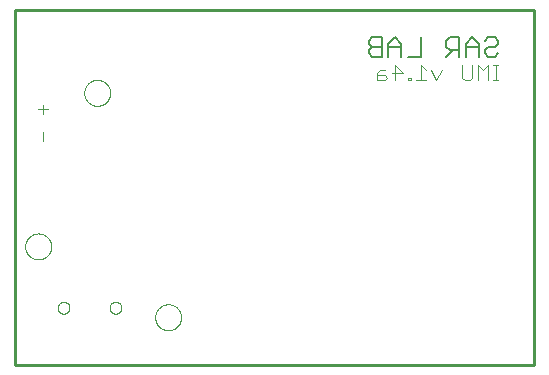
<source format=gbo>
G75*
%MOIN*%
%OFA0B0*%
%FSLAX25Y25*%
%IPPOS*%
%LPD*%
%AMOC8*
5,1,8,0,0,1.08239X$1,22.5*
%
%ADD10C,0.01000*%
%ADD11C,0.00600*%
%ADD12C,0.00400*%
%ADD13C,0.00000*%
D10*
X0001800Y0020396D02*
X0175028Y0020396D01*
X0175028Y0138506D01*
X0001800Y0138506D01*
X0001800Y0020396D01*
D11*
X0119974Y0124126D02*
X0121042Y0123058D01*
X0124244Y0123058D01*
X0124244Y0129464D01*
X0121042Y0129464D01*
X0119974Y0128396D01*
X0119974Y0127329D01*
X0121042Y0126261D01*
X0124244Y0126261D01*
X0126420Y0126261D02*
X0130690Y0126261D01*
X0130690Y0127329D02*
X0128555Y0129464D01*
X0126420Y0127329D01*
X0126420Y0123058D01*
X0130690Y0123058D02*
X0130690Y0127329D01*
X0132865Y0123058D02*
X0137135Y0123058D01*
X0137135Y0129464D01*
X0145756Y0128396D02*
X0145756Y0126261D01*
X0146824Y0125193D01*
X0150026Y0125193D01*
X0147891Y0125193D02*
X0145756Y0123058D01*
X0150026Y0123058D02*
X0150026Y0129464D01*
X0146824Y0129464D01*
X0145756Y0128396D01*
X0152202Y0127329D02*
X0152202Y0123058D01*
X0152202Y0126261D02*
X0156472Y0126261D01*
X0156472Y0127329D02*
X0154337Y0129464D01*
X0152202Y0127329D01*
X0156472Y0127329D02*
X0156472Y0123058D01*
X0158647Y0124126D02*
X0159715Y0123058D01*
X0161850Y0123058D01*
X0162917Y0124126D01*
X0161850Y0126261D02*
X0159715Y0126261D01*
X0158647Y0125193D01*
X0158647Y0124126D01*
X0161850Y0126261D02*
X0162917Y0127329D01*
X0162917Y0128396D01*
X0161850Y0129464D01*
X0159715Y0129464D01*
X0158647Y0128396D01*
X0121042Y0126261D02*
X0119974Y0125193D01*
X0119974Y0124126D01*
D12*
X0123461Y0118554D02*
X0122594Y0117686D01*
X0122594Y0115084D01*
X0125196Y0115084D01*
X0126063Y0115952D01*
X0125196Y0116819D01*
X0122594Y0116819D01*
X0123461Y0118554D02*
X0125196Y0118554D01*
X0127750Y0117686D02*
X0131220Y0117686D01*
X0128617Y0120289D01*
X0128617Y0115084D01*
X0132930Y0115084D02*
X0133798Y0115084D01*
X0133798Y0115952D01*
X0132930Y0115952D01*
X0132930Y0115084D01*
X0135485Y0115084D02*
X0138954Y0115084D01*
X0137219Y0115084D02*
X0137219Y0120289D01*
X0138954Y0118554D01*
X0140641Y0118554D02*
X0142376Y0115084D01*
X0144111Y0118554D01*
X0150954Y0120289D02*
X0150954Y0115952D01*
X0151821Y0115084D01*
X0153556Y0115084D01*
X0154423Y0115952D01*
X0154423Y0120289D01*
X0156110Y0120289D02*
X0156110Y0115084D01*
X0159580Y0115084D02*
X0159580Y0120289D01*
X0157845Y0118554D01*
X0156110Y0120289D01*
X0161283Y0120289D02*
X0163017Y0120289D01*
X0162150Y0120289D02*
X0162150Y0115084D01*
X0163017Y0115084D02*
X0161283Y0115084D01*
X0012837Y0105527D02*
X0009767Y0105527D01*
X0011302Y0103992D02*
X0011302Y0107061D01*
X0011302Y0097854D02*
X0011302Y0094784D01*
D13*
X0025028Y0110947D02*
X0025030Y0111078D01*
X0025036Y0111210D01*
X0025046Y0111341D01*
X0025060Y0111472D01*
X0025078Y0111602D01*
X0025100Y0111731D01*
X0025125Y0111860D01*
X0025155Y0111988D01*
X0025189Y0112115D01*
X0025226Y0112242D01*
X0025267Y0112366D01*
X0025312Y0112490D01*
X0025361Y0112612D01*
X0025413Y0112733D01*
X0025469Y0112851D01*
X0025529Y0112969D01*
X0025592Y0113084D01*
X0025659Y0113197D01*
X0025729Y0113309D01*
X0025802Y0113418D01*
X0025878Y0113524D01*
X0025958Y0113629D01*
X0026041Y0113731D01*
X0026127Y0113830D01*
X0026216Y0113927D01*
X0026308Y0114021D01*
X0026403Y0114112D01*
X0026500Y0114201D01*
X0026600Y0114286D01*
X0026703Y0114368D01*
X0026808Y0114447D01*
X0026915Y0114523D01*
X0027025Y0114595D01*
X0027137Y0114664D01*
X0027251Y0114730D01*
X0027366Y0114792D01*
X0027484Y0114851D01*
X0027603Y0114906D01*
X0027724Y0114958D01*
X0027847Y0115005D01*
X0027971Y0115049D01*
X0028096Y0115090D01*
X0028222Y0115126D01*
X0028350Y0115159D01*
X0028478Y0115187D01*
X0028607Y0115212D01*
X0028737Y0115233D01*
X0028867Y0115250D01*
X0028998Y0115263D01*
X0029129Y0115272D01*
X0029260Y0115277D01*
X0029392Y0115278D01*
X0029523Y0115275D01*
X0029655Y0115268D01*
X0029786Y0115257D01*
X0029916Y0115242D01*
X0030046Y0115223D01*
X0030176Y0115200D01*
X0030304Y0115174D01*
X0030432Y0115143D01*
X0030559Y0115108D01*
X0030685Y0115070D01*
X0030809Y0115028D01*
X0030933Y0114982D01*
X0031054Y0114932D01*
X0031174Y0114879D01*
X0031293Y0114822D01*
X0031410Y0114762D01*
X0031524Y0114698D01*
X0031637Y0114630D01*
X0031748Y0114559D01*
X0031857Y0114485D01*
X0031963Y0114408D01*
X0032067Y0114327D01*
X0032168Y0114244D01*
X0032267Y0114157D01*
X0032363Y0114067D01*
X0032456Y0113974D01*
X0032547Y0113879D01*
X0032634Y0113781D01*
X0032719Y0113680D01*
X0032800Y0113577D01*
X0032878Y0113471D01*
X0032953Y0113363D01*
X0033025Y0113253D01*
X0033093Y0113141D01*
X0033158Y0113027D01*
X0033219Y0112910D01*
X0033277Y0112792D01*
X0033331Y0112672D01*
X0033382Y0112551D01*
X0033429Y0112428D01*
X0033472Y0112304D01*
X0033511Y0112179D01*
X0033547Y0112052D01*
X0033578Y0111924D01*
X0033606Y0111796D01*
X0033630Y0111667D01*
X0033650Y0111537D01*
X0033666Y0111406D01*
X0033678Y0111275D01*
X0033686Y0111144D01*
X0033690Y0111013D01*
X0033690Y0110881D01*
X0033686Y0110750D01*
X0033678Y0110619D01*
X0033666Y0110488D01*
X0033650Y0110357D01*
X0033630Y0110227D01*
X0033606Y0110098D01*
X0033578Y0109970D01*
X0033547Y0109842D01*
X0033511Y0109715D01*
X0033472Y0109590D01*
X0033429Y0109466D01*
X0033382Y0109343D01*
X0033331Y0109222D01*
X0033277Y0109102D01*
X0033219Y0108984D01*
X0033158Y0108867D01*
X0033093Y0108753D01*
X0033025Y0108641D01*
X0032953Y0108531D01*
X0032878Y0108423D01*
X0032800Y0108317D01*
X0032719Y0108214D01*
X0032634Y0108113D01*
X0032547Y0108015D01*
X0032456Y0107920D01*
X0032363Y0107827D01*
X0032267Y0107737D01*
X0032168Y0107650D01*
X0032067Y0107567D01*
X0031963Y0107486D01*
X0031857Y0107409D01*
X0031748Y0107335D01*
X0031637Y0107264D01*
X0031525Y0107196D01*
X0031410Y0107132D01*
X0031293Y0107072D01*
X0031174Y0107015D01*
X0031054Y0106962D01*
X0030933Y0106912D01*
X0030809Y0106866D01*
X0030685Y0106824D01*
X0030559Y0106786D01*
X0030432Y0106751D01*
X0030304Y0106720D01*
X0030176Y0106694D01*
X0030046Y0106671D01*
X0029916Y0106652D01*
X0029786Y0106637D01*
X0029655Y0106626D01*
X0029523Y0106619D01*
X0029392Y0106616D01*
X0029260Y0106617D01*
X0029129Y0106622D01*
X0028998Y0106631D01*
X0028867Y0106644D01*
X0028737Y0106661D01*
X0028607Y0106682D01*
X0028478Y0106707D01*
X0028350Y0106735D01*
X0028222Y0106768D01*
X0028096Y0106804D01*
X0027971Y0106845D01*
X0027847Y0106889D01*
X0027724Y0106936D01*
X0027603Y0106988D01*
X0027484Y0107043D01*
X0027366Y0107102D01*
X0027251Y0107164D01*
X0027137Y0107230D01*
X0027025Y0107299D01*
X0026915Y0107371D01*
X0026808Y0107447D01*
X0026703Y0107526D01*
X0026600Y0107608D01*
X0026500Y0107693D01*
X0026403Y0107782D01*
X0026308Y0107873D01*
X0026216Y0107967D01*
X0026127Y0108064D01*
X0026041Y0108163D01*
X0025958Y0108265D01*
X0025878Y0108370D01*
X0025802Y0108476D01*
X0025729Y0108585D01*
X0025659Y0108697D01*
X0025592Y0108810D01*
X0025529Y0108925D01*
X0025469Y0109043D01*
X0025413Y0109161D01*
X0025361Y0109282D01*
X0025312Y0109404D01*
X0025267Y0109528D01*
X0025226Y0109652D01*
X0025189Y0109779D01*
X0025155Y0109906D01*
X0025125Y0110034D01*
X0025100Y0110163D01*
X0025078Y0110292D01*
X0025060Y0110422D01*
X0025046Y0110553D01*
X0025036Y0110684D01*
X0025030Y0110816D01*
X0025028Y0110947D01*
X0005343Y0059766D02*
X0005345Y0059897D01*
X0005351Y0060029D01*
X0005361Y0060160D01*
X0005375Y0060291D01*
X0005393Y0060421D01*
X0005415Y0060550D01*
X0005440Y0060679D01*
X0005470Y0060807D01*
X0005504Y0060934D01*
X0005541Y0061061D01*
X0005582Y0061185D01*
X0005627Y0061309D01*
X0005676Y0061431D01*
X0005728Y0061552D01*
X0005784Y0061670D01*
X0005844Y0061788D01*
X0005907Y0061903D01*
X0005974Y0062016D01*
X0006044Y0062128D01*
X0006117Y0062237D01*
X0006193Y0062343D01*
X0006273Y0062448D01*
X0006356Y0062550D01*
X0006442Y0062649D01*
X0006531Y0062746D01*
X0006623Y0062840D01*
X0006718Y0062931D01*
X0006815Y0063020D01*
X0006915Y0063105D01*
X0007018Y0063187D01*
X0007123Y0063266D01*
X0007230Y0063342D01*
X0007340Y0063414D01*
X0007452Y0063483D01*
X0007566Y0063549D01*
X0007681Y0063611D01*
X0007799Y0063670D01*
X0007918Y0063725D01*
X0008039Y0063777D01*
X0008162Y0063824D01*
X0008286Y0063868D01*
X0008411Y0063909D01*
X0008537Y0063945D01*
X0008665Y0063978D01*
X0008793Y0064006D01*
X0008922Y0064031D01*
X0009052Y0064052D01*
X0009182Y0064069D01*
X0009313Y0064082D01*
X0009444Y0064091D01*
X0009575Y0064096D01*
X0009707Y0064097D01*
X0009838Y0064094D01*
X0009970Y0064087D01*
X0010101Y0064076D01*
X0010231Y0064061D01*
X0010361Y0064042D01*
X0010491Y0064019D01*
X0010619Y0063993D01*
X0010747Y0063962D01*
X0010874Y0063927D01*
X0011000Y0063889D01*
X0011124Y0063847D01*
X0011248Y0063801D01*
X0011369Y0063751D01*
X0011489Y0063698D01*
X0011608Y0063641D01*
X0011725Y0063581D01*
X0011839Y0063517D01*
X0011952Y0063449D01*
X0012063Y0063378D01*
X0012172Y0063304D01*
X0012278Y0063227D01*
X0012382Y0063146D01*
X0012483Y0063063D01*
X0012582Y0062976D01*
X0012678Y0062886D01*
X0012771Y0062793D01*
X0012862Y0062698D01*
X0012949Y0062600D01*
X0013034Y0062499D01*
X0013115Y0062396D01*
X0013193Y0062290D01*
X0013268Y0062182D01*
X0013340Y0062072D01*
X0013408Y0061960D01*
X0013473Y0061846D01*
X0013534Y0061729D01*
X0013592Y0061611D01*
X0013646Y0061491D01*
X0013697Y0061370D01*
X0013744Y0061247D01*
X0013787Y0061123D01*
X0013826Y0060998D01*
X0013862Y0060871D01*
X0013893Y0060743D01*
X0013921Y0060615D01*
X0013945Y0060486D01*
X0013965Y0060356D01*
X0013981Y0060225D01*
X0013993Y0060094D01*
X0014001Y0059963D01*
X0014005Y0059832D01*
X0014005Y0059700D01*
X0014001Y0059569D01*
X0013993Y0059438D01*
X0013981Y0059307D01*
X0013965Y0059176D01*
X0013945Y0059046D01*
X0013921Y0058917D01*
X0013893Y0058789D01*
X0013862Y0058661D01*
X0013826Y0058534D01*
X0013787Y0058409D01*
X0013744Y0058285D01*
X0013697Y0058162D01*
X0013646Y0058041D01*
X0013592Y0057921D01*
X0013534Y0057803D01*
X0013473Y0057686D01*
X0013408Y0057572D01*
X0013340Y0057460D01*
X0013268Y0057350D01*
X0013193Y0057242D01*
X0013115Y0057136D01*
X0013034Y0057033D01*
X0012949Y0056932D01*
X0012862Y0056834D01*
X0012771Y0056739D01*
X0012678Y0056646D01*
X0012582Y0056556D01*
X0012483Y0056469D01*
X0012382Y0056386D01*
X0012278Y0056305D01*
X0012172Y0056228D01*
X0012063Y0056154D01*
X0011952Y0056083D01*
X0011840Y0056015D01*
X0011725Y0055951D01*
X0011608Y0055891D01*
X0011489Y0055834D01*
X0011369Y0055781D01*
X0011248Y0055731D01*
X0011124Y0055685D01*
X0011000Y0055643D01*
X0010874Y0055605D01*
X0010747Y0055570D01*
X0010619Y0055539D01*
X0010491Y0055513D01*
X0010361Y0055490D01*
X0010231Y0055471D01*
X0010101Y0055456D01*
X0009970Y0055445D01*
X0009838Y0055438D01*
X0009707Y0055435D01*
X0009575Y0055436D01*
X0009444Y0055441D01*
X0009313Y0055450D01*
X0009182Y0055463D01*
X0009052Y0055480D01*
X0008922Y0055501D01*
X0008793Y0055526D01*
X0008665Y0055554D01*
X0008537Y0055587D01*
X0008411Y0055623D01*
X0008286Y0055664D01*
X0008162Y0055708D01*
X0008039Y0055755D01*
X0007918Y0055807D01*
X0007799Y0055862D01*
X0007681Y0055921D01*
X0007566Y0055983D01*
X0007452Y0056049D01*
X0007340Y0056118D01*
X0007230Y0056190D01*
X0007123Y0056266D01*
X0007018Y0056345D01*
X0006915Y0056427D01*
X0006815Y0056512D01*
X0006718Y0056601D01*
X0006623Y0056692D01*
X0006531Y0056786D01*
X0006442Y0056883D01*
X0006356Y0056982D01*
X0006273Y0057084D01*
X0006193Y0057189D01*
X0006117Y0057295D01*
X0006044Y0057404D01*
X0005974Y0057516D01*
X0005907Y0057629D01*
X0005844Y0057744D01*
X0005784Y0057862D01*
X0005728Y0057980D01*
X0005676Y0058101D01*
X0005627Y0058223D01*
X0005582Y0058347D01*
X0005541Y0058471D01*
X0005504Y0058598D01*
X0005470Y0058725D01*
X0005440Y0058853D01*
X0005415Y0058982D01*
X0005393Y0059111D01*
X0005375Y0059241D01*
X0005361Y0059372D01*
X0005351Y0059503D01*
X0005345Y0059635D01*
X0005343Y0059766D01*
X0016170Y0039333D02*
X0016172Y0039421D01*
X0016178Y0039509D01*
X0016188Y0039597D01*
X0016202Y0039685D01*
X0016219Y0039771D01*
X0016241Y0039857D01*
X0016266Y0039941D01*
X0016296Y0040025D01*
X0016328Y0040107D01*
X0016365Y0040187D01*
X0016405Y0040266D01*
X0016449Y0040343D01*
X0016496Y0040418D01*
X0016546Y0040490D01*
X0016600Y0040561D01*
X0016656Y0040628D01*
X0016716Y0040694D01*
X0016778Y0040756D01*
X0016844Y0040816D01*
X0016911Y0040872D01*
X0016982Y0040926D01*
X0017054Y0040976D01*
X0017129Y0041023D01*
X0017206Y0041067D01*
X0017285Y0041107D01*
X0017365Y0041144D01*
X0017447Y0041176D01*
X0017531Y0041206D01*
X0017615Y0041231D01*
X0017701Y0041253D01*
X0017787Y0041270D01*
X0017875Y0041284D01*
X0017963Y0041294D01*
X0018051Y0041300D01*
X0018139Y0041302D01*
X0018227Y0041300D01*
X0018315Y0041294D01*
X0018403Y0041284D01*
X0018491Y0041270D01*
X0018577Y0041253D01*
X0018663Y0041231D01*
X0018747Y0041206D01*
X0018831Y0041176D01*
X0018913Y0041144D01*
X0018993Y0041107D01*
X0019072Y0041067D01*
X0019149Y0041023D01*
X0019224Y0040976D01*
X0019296Y0040926D01*
X0019367Y0040872D01*
X0019434Y0040816D01*
X0019500Y0040756D01*
X0019562Y0040694D01*
X0019622Y0040628D01*
X0019678Y0040561D01*
X0019732Y0040490D01*
X0019782Y0040418D01*
X0019829Y0040343D01*
X0019873Y0040266D01*
X0019913Y0040187D01*
X0019950Y0040107D01*
X0019982Y0040025D01*
X0020012Y0039941D01*
X0020037Y0039857D01*
X0020059Y0039771D01*
X0020076Y0039685D01*
X0020090Y0039597D01*
X0020100Y0039509D01*
X0020106Y0039421D01*
X0020108Y0039333D01*
X0020106Y0039245D01*
X0020100Y0039157D01*
X0020090Y0039069D01*
X0020076Y0038981D01*
X0020059Y0038895D01*
X0020037Y0038809D01*
X0020012Y0038725D01*
X0019982Y0038641D01*
X0019950Y0038559D01*
X0019913Y0038479D01*
X0019873Y0038400D01*
X0019829Y0038323D01*
X0019782Y0038248D01*
X0019732Y0038176D01*
X0019678Y0038105D01*
X0019622Y0038038D01*
X0019562Y0037972D01*
X0019500Y0037910D01*
X0019434Y0037850D01*
X0019367Y0037794D01*
X0019296Y0037740D01*
X0019224Y0037690D01*
X0019149Y0037643D01*
X0019072Y0037599D01*
X0018993Y0037559D01*
X0018913Y0037522D01*
X0018831Y0037490D01*
X0018747Y0037460D01*
X0018663Y0037435D01*
X0018577Y0037413D01*
X0018491Y0037396D01*
X0018403Y0037382D01*
X0018315Y0037372D01*
X0018227Y0037366D01*
X0018139Y0037364D01*
X0018051Y0037366D01*
X0017963Y0037372D01*
X0017875Y0037382D01*
X0017787Y0037396D01*
X0017701Y0037413D01*
X0017615Y0037435D01*
X0017531Y0037460D01*
X0017447Y0037490D01*
X0017365Y0037522D01*
X0017285Y0037559D01*
X0017206Y0037599D01*
X0017129Y0037643D01*
X0017054Y0037690D01*
X0016982Y0037740D01*
X0016911Y0037794D01*
X0016844Y0037850D01*
X0016778Y0037910D01*
X0016716Y0037972D01*
X0016656Y0038038D01*
X0016600Y0038105D01*
X0016546Y0038176D01*
X0016496Y0038248D01*
X0016449Y0038323D01*
X0016405Y0038400D01*
X0016365Y0038479D01*
X0016328Y0038559D01*
X0016296Y0038641D01*
X0016266Y0038725D01*
X0016241Y0038809D01*
X0016219Y0038895D01*
X0016202Y0038981D01*
X0016188Y0039069D01*
X0016178Y0039157D01*
X0016172Y0039245D01*
X0016170Y0039333D01*
X0033492Y0039333D02*
X0033494Y0039421D01*
X0033500Y0039509D01*
X0033510Y0039597D01*
X0033524Y0039685D01*
X0033541Y0039771D01*
X0033563Y0039857D01*
X0033588Y0039941D01*
X0033618Y0040025D01*
X0033650Y0040107D01*
X0033687Y0040187D01*
X0033727Y0040266D01*
X0033771Y0040343D01*
X0033818Y0040418D01*
X0033868Y0040490D01*
X0033922Y0040561D01*
X0033978Y0040628D01*
X0034038Y0040694D01*
X0034100Y0040756D01*
X0034166Y0040816D01*
X0034233Y0040872D01*
X0034304Y0040926D01*
X0034376Y0040976D01*
X0034451Y0041023D01*
X0034528Y0041067D01*
X0034607Y0041107D01*
X0034687Y0041144D01*
X0034769Y0041176D01*
X0034853Y0041206D01*
X0034937Y0041231D01*
X0035023Y0041253D01*
X0035109Y0041270D01*
X0035197Y0041284D01*
X0035285Y0041294D01*
X0035373Y0041300D01*
X0035461Y0041302D01*
X0035549Y0041300D01*
X0035637Y0041294D01*
X0035725Y0041284D01*
X0035813Y0041270D01*
X0035899Y0041253D01*
X0035985Y0041231D01*
X0036069Y0041206D01*
X0036153Y0041176D01*
X0036235Y0041144D01*
X0036315Y0041107D01*
X0036394Y0041067D01*
X0036471Y0041023D01*
X0036546Y0040976D01*
X0036618Y0040926D01*
X0036689Y0040872D01*
X0036756Y0040816D01*
X0036822Y0040756D01*
X0036884Y0040694D01*
X0036944Y0040628D01*
X0037000Y0040561D01*
X0037054Y0040490D01*
X0037104Y0040418D01*
X0037151Y0040343D01*
X0037195Y0040266D01*
X0037235Y0040187D01*
X0037272Y0040107D01*
X0037304Y0040025D01*
X0037334Y0039941D01*
X0037359Y0039857D01*
X0037381Y0039771D01*
X0037398Y0039685D01*
X0037412Y0039597D01*
X0037422Y0039509D01*
X0037428Y0039421D01*
X0037430Y0039333D01*
X0037428Y0039245D01*
X0037422Y0039157D01*
X0037412Y0039069D01*
X0037398Y0038981D01*
X0037381Y0038895D01*
X0037359Y0038809D01*
X0037334Y0038725D01*
X0037304Y0038641D01*
X0037272Y0038559D01*
X0037235Y0038479D01*
X0037195Y0038400D01*
X0037151Y0038323D01*
X0037104Y0038248D01*
X0037054Y0038176D01*
X0037000Y0038105D01*
X0036944Y0038038D01*
X0036884Y0037972D01*
X0036822Y0037910D01*
X0036756Y0037850D01*
X0036689Y0037794D01*
X0036618Y0037740D01*
X0036546Y0037690D01*
X0036471Y0037643D01*
X0036394Y0037599D01*
X0036315Y0037559D01*
X0036235Y0037522D01*
X0036153Y0037490D01*
X0036069Y0037460D01*
X0035985Y0037435D01*
X0035899Y0037413D01*
X0035813Y0037396D01*
X0035725Y0037382D01*
X0035637Y0037372D01*
X0035549Y0037366D01*
X0035461Y0037364D01*
X0035373Y0037366D01*
X0035285Y0037372D01*
X0035197Y0037382D01*
X0035109Y0037396D01*
X0035023Y0037413D01*
X0034937Y0037435D01*
X0034853Y0037460D01*
X0034769Y0037490D01*
X0034687Y0037522D01*
X0034607Y0037559D01*
X0034528Y0037599D01*
X0034451Y0037643D01*
X0034376Y0037690D01*
X0034304Y0037740D01*
X0034233Y0037794D01*
X0034166Y0037850D01*
X0034100Y0037910D01*
X0034038Y0037972D01*
X0033978Y0038038D01*
X0033922Y0038105D01*
X0033868Y0038176D01*
X0033818Y0038248D01*
X0033771Y0038323D01*
X0033727Y0038400D01*
X0033687Y0038479D01*
X0033650Y0038559D01*
X0033618Y0038641D01*
X0033588Y0038725D01*
X0033563Y0038809D01*
X0033541Y0038895D01*
X0033524Y0038981D01*
X0033510Y0039069D01*
X0033500Y0039157D01*
X0033494Y0039245D01*
X0033492Y0039333D01*
X0048650Y0036144D02*
X0048652Y0036275D01*
X0048658Y0036407D01*
X0048668Y0036538D01*
X0048682Y0036669D01*
X0048700Y0036799D01*
X0048722Y0036928D01*
X0048747Y0037057D01*
X0048777Y0037185D01*
X0048811Y0037312D01*
X0048848Y0037439D01*
X0048889Y0037563D01*
X0048934Y0037687D01*
X0048983Y0037809D01*
X0049035Y0037930D01*
X0049091Y0038048D01*
X0049151Y0038166D01*
X0049214Y0038281D01*
X0049281Y0038394D01*
X0049351Y0038506D01*
X0049424Y0038615D01*
X0049500Y0038721D01*
X0049580Y0038826D01*
X0049663Y0038928D01*
X0049749Y0039027D01*
X0049838Y0039124D01*
X0049930Y0039218D01*
X0050025Y0039309D01*
X0050122Y0039398D01*
X0050222Y0039483D01*
X0050325Y0039565D01*
X0050430Y0039644D01*
X0050537Y0039720D01*
X0050647Y0039792D01*
X0050759Y0039861D01*
X0050873Y0039927D01*
X0050988Y0039989D01*
X0051106Y0040048D01*
X0051225Y0040103D01*
X0051346Y0040155D01*
X0051469Y0040202D01*
X0051593Y0040246D01*
X0051718Y0040287D01*
X0051844Y0040323D01*
X0051972Y0040356D01*
X0052100Y0040384D01*
X0052229Y0040409D01*
X0052359Y0040430D01*
X0052489Y0040447D01*
X0052620Y0040460D01*
X0052751Y0040469D01*
X0052882Y0040474D01*
X0053014Y0040475D01*
X0053145Y0040472D01*
X0053277Y0040465D01*
X0053408Y0040454D01*
X0053538Y0040439D01*
X0053668Y0040420D01*
X0053798Y0040397D01*
X0053926Y0040371D01*
X0054054Y0040340D01*
X0054181Y0040305D01*
X0054307Y0040267D01*
X0054431Y0040225D01*
X0054555Y0040179D01*
X0054676Y0040129D01*
X0054796Y0040076D01*
X0054915Y0040019D01*
X0055032Y0039959D01*
X0055146Y0039895D01*
X0055259Y0039827D01*
X0055370Y0039756D01*
X0055479Y0039682D01*
X0055585Y0039605D01*
X0055689Y0039524D01*
X0055790Y0039441D01*
X0055889Y0039354D01*
X0055985Y0039264D01*
X0056078Y0039171D01*
X0056169Y0039076D01*
X0056256Y0038978D01*
X0056341Y0038877D01*
X0056422Y0038774D01*
X0056500Y0038668D01*
X0056575Y0038560D01*
X0056647Y0038450D01*
X0056715Y0038338D01*
X0056780Y0038224D01*
X0056841Y0038107D01*
X0056899Y0037989D01*
X0056953Y0037869D01*
X0057004Y0037748D01*
X0057051Y0037625D01*
X0057094Y0037501D01*
X0057133Y0037376D01*
X0057169Y0037249D01*
X0057200Y0037121D01*
X0057228Y0036993D01*
X0057252Y0036864D01*
X0057272Y0036734D01*
X0057288Y0036603D01*
X0057300Y0036472D01*
X0057308Y0036341D01*
X0057312Y0036210D01*
X0057312Y0036078D01*
X0057308Y0035947D01*
X0057300Y0035816D01*
X0057288Y0035685D01*
X0057272Y0035554D01*
X0057252Y0035424D01*
X0057228Y0035295D01*
X0057200Y0035167D01*
X0057169Y0035039D01*
X0057133Y0034912D01*
X0057094Y0034787D01*
X0057051Y0034663D01*
X0057004Y0034540D01*
X0056953Y0034419D01*
X0056899Y0034299D01*
X0056841Y0034181D01*
X0056780Y0034064D01*
X0056715Y0033950D01*
X0056647Y0033838D01*
X0056575Y0033728D01*
X0056500Y0033620D01*
X0056422Y0033514D01*
X0056341Y0033411D01*
X0056256Y0033310D01*
X0056169Y0033212D01*
X0056078Y0033117D01*
X0055985Y0033024D01*
X0055889Y0032934D01*
X0055790Y0032847D01*
X0055689Y0032764D01*
X0055585Y0032683D01*
X0055479Y0032606D01*
X0055370Y0032532D01*
X0055259Y0032461D01*
X0055147Y0032393D01*
X0055032Y0032329D01*
X0054915Y0032269D01*
X0054796Y0032212D01*
X0054676Y0032159D01*
X0054555Y0032109D01*
X0054431Y0032063D01*
X0054307Y0032021D01*
X0054181Y0031983D01*
X0054054Y0031948D01*
X0053926Y0031917D01*
X0053798Y0031891D01*
X0053668Y0031868D01*
X0053538Y0031849D01*
X0053408Y0031834D01*
X0053277Y0031823D01*
X0053145Y0031816D01*
X0053014Y0031813D01*
X0052882Y0031814D01*
X0052751Y0031819D01*
X0052620Y0031828D01*
X0052489Y0031841D01*
X0052359Y0031858D01*
X0052229Y0031879D01*
X0052100Y0031904D01*
X0051972Y0031932D01*
X0051844Y0031965D01*
X0051718Y0032001D01*
X0051593Y0032042D01*
X0051469Y0032086D01*
X0051346Y0032133D01*
X0051225Y0032185D01*
X0051106Y0032240D01*
X0050988Y0032299D01*
X0050873Y0032361D01*
X0050759Y0032427D01*
X0050647Y0032496D01*
X0050537Y0032568D01*
X0050430Y0032644D01*
X0050325Y0032723D01*
X0050222Y0032805D01*
X0050122Y0032890D01*
X0050025Y0032979D01*
X0049930Y0033070D01*
X0049838Y0033164D01*
X0049749Y0033261D01*
X0049663Y0033360D01*
X0049580Y0033462D01*
X0049500Y0033567D01*
X0049424Y0033673D01*
X0049351Y0033782D01*
X0049281Y0033894D01*
X0049214Y0034007D01*
X0049151Y0034122D01*
X0049091Y0034240D01*
X0049035Y0034358D01*
X0048983Y0034479D01*
X0048934Y0034601D01*
X0048889Y0034725D01*
X0048848Y0034849D01*
X0048811Y0034976D01*
X0048777Y0035103D01*
X0048747Y0035231D01*
X0048722Y0035360D01*
X0048700Y0035489D01*
X0048682Y0035619D01*
X0048668Y0035750D01*
X0048658Y0035881D01*
X0048652Y0036013D01*
X0048650Y0036144D01*
M02*

</source>
